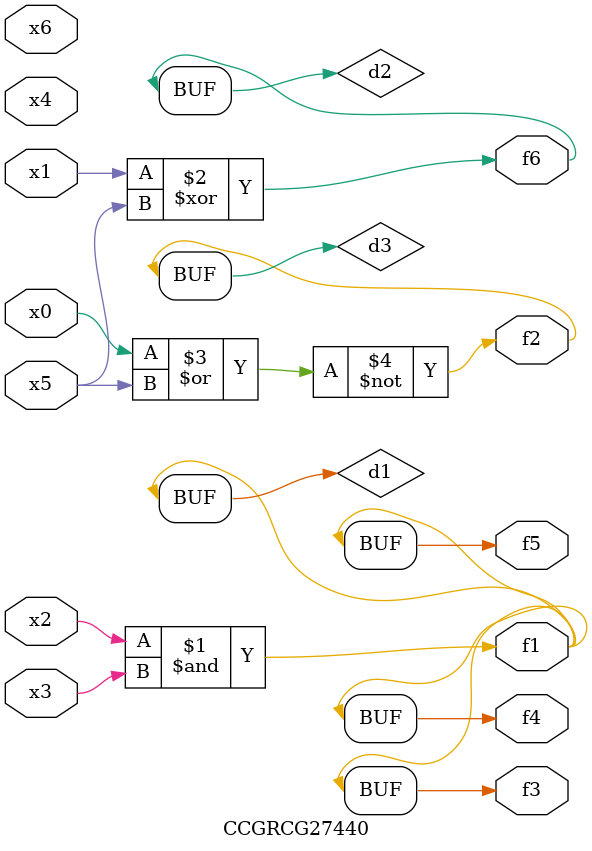
<source format=v>
module CCGRCG27440(
	input x0, x1, x2, x3, x4, x5, x6,
	output f1, f2, f3, f4, f5, f6
);

	wire d1, d2, d3;

	and (d1, x2, x3);
	xor (d2, x1, x5);
	nor (d3, x0, x5);
	assign f1 = d1;
	assign f2 = d3;
	assign f3 = d1;
	assign f4 = d1;
	assign f5 = d1;
	assign f6 = d2;
endmodule

</source>
